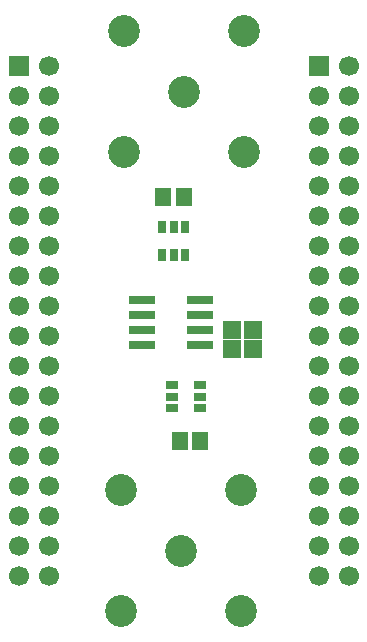
<source format=gts>
G04 Layer_Color=8388736*
%FSLAX42Y42*%
%MOMM*%
G71*
G01*
G75*
%ADD29R,2.18X0.76*%
%ADD30R,1.35X1.55*%
%ADD31R,1.60X1.50*%
%ADD32R,0.75X1.00*%
%ADD33R,1.00X0.75*%
%ADD34C,1.70*%
%ADD35R,1.70X1.70*%
%ADD36C,2.70*%
D29*
X20612Y7468D02*
D03*
Y7341D02*
D03*
Y7214D02*
D03*
Y7087D02*
D03*
X20119D02*
D03*
Y7214D02*
D03*
Y7341D02*
D03*
Y7468D02*
D03*
D30*
X20296Y8344D02*
D03*
X20471D02*
D03*
X20611Y6274D02*
D03*
X20436D02*
D03*
D31*
X21057Y7217D02*
D03*
Y7057D02*
D03*
X20879Y7217D02*
D03*
Y7057D02*
D03*
D32*
X20482Y7851D02*
D03*
X20387D02*
D03*
X20291D02*
D03*
Y8091D02*
D03*
X20387D02*
D03*
X20482D02*
D03*
D33*
X20373Y6557D02*
D03*
Y6652D02*
D03*
Y6747D02*
D03*
X20613D02*
D03*
Y6652D02*
D03*
Y6557D02*
D03*
D34*
X19329Y5131D02*
D03*
X19075D02*
D03*
X19329Y5385D02*
D03*
X19075D02*
D03*
X19329Y5639D02*
D03*
X19075D02*
D03*
X19329Y5893D02*
D03*
X19075D02*
D03*
X19329Y6147D02*
D03*
X19075D02*
D03*
X19329Y6401D02*
D03*
X19075D02*
D03*
X19329Y6655D02*
D03*
X19075D02*
D03*
X19329Y6909D02*
D03*
X19075D02*
D03*
X19329Y7163D02*
D03*
X19075D02*
D03*
X19329Y7417D02*
D03*
X19075D02*
D03*
X19329Y7671D02*
D03*
X19075D02*
D03*
X19329Y7925D02*
D03*
X19075D02*
D03*
X19329Y8179D02*
D03*
X19075D02*
D03*
X19329Y8433D02*
D03*
X19075D02*
D03*
X19329Y8687D02*
D03*
X19075D02*
D03*
X19329Y8941D02*
D03*
X19075D02*
D03*
X19329Y9195D02*
D03*
X19075D02*
D03*
X19329Y9449D02*
D03*
X21869Y5131D02*
D03*
X21615D02*
D03*
X21869Y5385D02*
D03*
X21615D02*
D03*
X21869Y5639D02*
D03*
X21615D02*
D03*
X21869Y5893D02*
D03*
X21615D02*
D03*
X21869Y6147D02*
D03*
X21615D02*
D03*
X21869Y6401D02*
D03*
X21615D02*
D03*
X21869Y6655D02*
D03*
X21615D02*
D03*
X21869Y6909D02*
D03*
X21615D02*
D03*
X21869Y7163D02*
D03*
X21615D02*
D03*
X21869Y7417D02*
D03*
X21615D02*
D03*
X21869Y7671D02*
D03*
X21615D02*
D03*
X21869Y7925D02*
D03*
X21615D02*
D03*
X21869Y8179D02*
D03*
X21615D02*
D03*
X21869Y8433D02*
D03*
X21615D02*
D03*
X21869Y8687D02*
D03*
X21615D02*
D03*
X21869Y8941D02*
D03*
X21615D02*
D03*
X21869Y9195D02*
D03*
X21615D02*
D03*
X21869Y9449D02*
D03*
D35*
X19075D02*
D03*
X21615D02*
D03*
D36*
X20472Y9233D02*
D03*
X19964Y9746D02*
D03*
Y8725D02*
D03*
X20985D02*
D03*
Y9746D02*
D03*
X20447Y5347D02*
D03*
X19939Y5860D02*
D03*
Y4839D02*
D03*
X20960D02*
D03*
Y5860D02*
D03*
M02*

</source>
